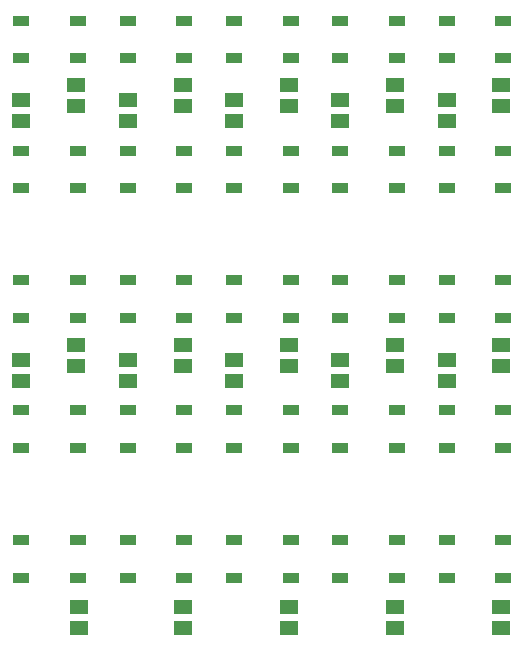
<source format=gtp>
G04 EAGLE Gerber RS-274X export*
G75*
%MOMM*%
%FSLAX34Y34*%
%LPD*%
%AMOC8*
5,1,8,0,0,1.08239X$1,22.5*%
G01*
%ADD10R,1.350000X0.950000*%
%ADD11R,1.498600X1.168400*%


D10*
X86000Y933000D03*
X86000Y965000D03*
X38000Y965000D03*
X38000Y933000D03*
X38000Y855000D03*
X38000Y823000D03*
X86000Y823000D03*
X86000Y855000D03*
X86000Y713000D03*
X86000Y745000D03*
X38000Y745000D03*
X38000Y713000D03*
X176000Y713000D03*
X176000Y745000D03*
X128000Y745000D03*
X128000Y713000D03*
X266000Y713000D03*
X266000Y745000D03*
X218000Y745000D03*
X218000Y713000D03*
X356000Y713000D03*
X356000Y745000D03*
X308000Y745000D03*
X308000Y713000D03*
X446000Y713000D03*
X446000Y745000D03*
X398000Y745000D03*
X398000Y713000D03*
X398000Y635000D03*
X398000Y603000D03*
X446000Y603000D03*
X446000Y635000D03*
X308000Y635000D03*
X308000Y603000D03*
X356000Y603000D03*
X356000Y635000D03*
X218000Y635000D03*
X218000Y603000D03*
X266000Y603000D03*
X266000Y635000D03*
X128000Y635000D03*
X128000Y603000D03*
X176000Y603000D03*
X176000Y635000D03*
X176000Y933000D03*
X176000Y965000D03*
X128000Y965000D03*
X128000Y933000D03*
X38000Y635000D03*
X38000Y603000D03*
X86000Y603000D03*
X86000Y635000D03*
X86000Y493000D03*
X86000Y525000D03*
X38000Y525000D03*
X38000Y493000D03*
X176000Y493000D03*
X176000Y525000D03*
X128000Y525000D03*
X128000Y493000D03*
X266000Y493000D03*
X266000Y525000D03*
X218000Y525000D03*
X218000Y493000D03*
X356000Y493000D03*
X356000Y525000D03*
X308000Y525000D03*
X308000Y493000D03*
X446000Y493000D03*
X446000Y525000D03*
X398000Y525000D03*
X398000Y493000D03*
X266000Y933000D03*
X266000Y965000D03*
X218000Y965000D03*
X218000Y933000D03*
X356000Y933000D03*
X356000Y965000D03*
X308000Y965000D03*
X308000Y933000D03*
X446000Y933000D03*
X446000Y965000D03*
X398000Y965000D03*
X398000Y933000D03*
X398000Y855000D03*
X398000Y823000D03*
X446000Y823000D03*
X446000Y855000D03*
X308000Y855000D03*
X308000Y823000D03*
X356000Y823000D03*
X356000Y855000D03*
X218000Y855000D03*
X218000Y823000D03*
X266000Y823000D03*
X266000Y855000D03*
X128000Y855000D03*
X128000Y823000D03*
X176000Y823000D03*
X176000Y855000D03*
D11*
X84500Y892610D03*
X84500Y910390D03*
X38000Y897890D03*
X38000Y880110D03*
X84500Y672610D03*
X84500Y690390D03*
X174500Y672610D03*
X174500Y690390D03*
X264500Y672610D03*
X264500Y690390D03*
X354500Y672610D03*
X354500Y690390D03*
X444500Y672610D03*
X444500Y690390D03*
X398000Y677890D03*
X398000Y660110D03*
X308000Y677890D03*
X308000Y660110D03*
X218000Y677890D03*
X218000Y660110D03*
X128000Y677890D03*
X128000Y660110D03*
X174500Y892610D03*
X174500Y910390D03*
X38000Y677890D03*
X38000Y660110D03*
X87000Y451110D03*
X87000Y468890D03*
X174500Y451110D03*
X174500Y468890D03*
X264500Y451110D03*
X264500Y468890D03*
X354500Y451110D03*
X354500Y468890D03*
X444500Y451110D03*
X444500Y468890D03*
X264500Y892610D03*
X264500Y910390D03*
X354500Y892610D03*
X354500Y910390D03*
X444500Y892610D03*
X444500Y910390D03*
X398000Y897890D03*
X398000Y880110D03*
X308000Y897890D03*
X308000Y880110D03*
X218000Y897890D03*
X218000Y880110D03*
X128000Y897890D03*
X128000Y880110D03*
M02*

</source>
